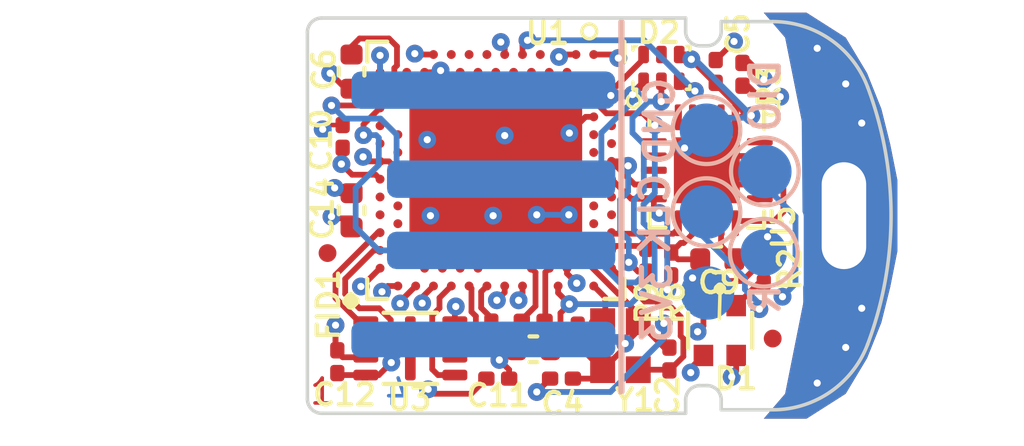
<source format=kicad_pcb>
(kicad_pcb (version 20171130) (host pcbnew 5.1.12-84ad8e8a86~92~ubuntu21.10.1)
  (title_block (title "Nitrokey FIDO2") (date 2019-10-21) (rev R5) (company Nitrokey))
  (layers (0 Front signal) (1 In1.Cu signal) (2 In2.Cu signal) (31 Back signal) (34 B.Paste user) (35 F.Paste user) (36 B.SilkS user) (37 F.SilkS user) (38 B.Mask user) (39 F.Mask user) (44 Edge.Cuts user))
  (net 0 "")
  (net 1 "Net-(C1-Pad2)")
  (net 2 GND)
  (net 3 "Net-(C2-Pad2)")
  (net 4 "Net-(C3-Pad2)")
  (net 5 "Net-(C4-Pad2)")
  (net 6 "Net-(C5-Pad2)")
  (net 7 "Net-(C6-Pad2)")
  (net 8 "Net-(C7-Pad2)")
  (net 9 /3V3)
  (net 10 /5V)
  (net 11 /LED_G)
  (net 12 /LED_R)
  (net 13 "Net-(D1-Pad4)")
  (net 14 /LED_B)
  (net 15 "Net-(D2-Pad5)")
  (net 16 /D+)
  (net 17 /D-)
  (net 18 "Net-(R1-Pad1)")
  (net 19 /SCL)
  (net 20 /SDA)
  (net 21 /RESET)
  (net 22 /SWDIO)
  (net 23 /SWCLK)
  (net 24 /MOSI)
  (net 25 /CLK)
  (net 26 "Net-(U1-PadV23)")
  (net 27 "Net-(U1-PadT23)")
  (net 28 "Net-(U1-PadA18)")
  (net 29 "Net-(U1-PadA16)")
  (net 30 /T_SENSE)
  (net 31 /T_RST)
  (net 32 "Net-(U1-PadB19)")
  (net 33 "Net-(U1-PadB17)")
  (net 34 "Net-(U1-PadB15)")
  (net 35 "Net-(U1-PadB13)")
  (net 36 "Net-(U1-PadB11)")
  (net 37 "Net-(U1-PadB9)")
  (net 38 "Net-(U1-PadAC9)")
  (net 39 "Net-(U1-PadAC11)")
  (net 40 "Net-(U1-PadAC15)")
  (net 41 "Net-(U1-PadAC17)")
  (net 42 "Net-(U1-PadAC19)")
  (net 43 /MISO)
  (net 44 /FLASH_CS)
  (net 45 /SE_ENA)
  (net 46 "Net-(U1-PadD2)")
  (net 47 "Net-(U1-PadF2)")
  (net 48 "Net-(U1-PadH2)")
  (net 49 "Net-(U1-PadK2)")
  (net 50 "Net-(U1-PadM2)")
  (net 51 "Net-(U1-PadP2)")
  (net 52 "Net-(U1-PadT2)")
  (net 53 "Net-(U1-PadG1)")
  (net 54 "Net-(U1-PadN1)")
  (net 55 "Net-(U1-PadR1)")
  (net 56 "Net-(U1-PadU1)")
  (net 57 "Net-(U1-PadAB2)")
  (net 58 "Net-(U1-PadAC21)")
  (net 59 "Net-(U1-PadA8)")
  (net 60 "Net-(U5-Pad15)")
  (net 61 "Net-(U5-Pad16)")
  (net 62 "Net-(U5-Pad13)")
  (net 63 "Net-(U5-Pad3)")
  (net 64 "Net-(U1-PadB3)")
  (net 65 "Net-(U1-PadY23)")
  (net 66 "Net-(U1-PadP23)")
  (net 67 "Net-(U1-PadA10)")
  (net 68 "Net-(U1-PadAD8)")
  (net 69 "Net-(U1-PadAD18)")
  (net 70 "Net-(U1-PadAD16)")
  (net 71 "Net-(U1-PadAD10)")
  (module TestPoint:TestPoint_Pad_D1.5mm (layer Back) (at 142.87 103.47)
    (fp_text reference TP1 hide)
    (fp_text value TestPoint)
    (pad 1 smd circle (at 0 0) (size 1.5 1.5) (layers Back B.Mask) (net 9 /3V3))
  )
  (module TestPoint:TestPoint_Pad_D1.5mm (layer Back) (at 144.45 102.34)
    (fp_text reference TP5 hide)
    (fp_text value TestPoint)
    (pad 1 smd circle (at 0 0) (size 1.3 1.3) (layers Back B.Mask) (net 21 /RESET))
  )
  (module TestPoint:TestPoint_Pad_D1.5mm (layer Back) (at 142.84 98.9)
    (fp_text reference TP4 hide)
    (fp_text value TestPoint)
    (pad 1 smd circle (at 0 0) (size 1.5 1.5) (layers Back B.Mask) (net 2 GND))
  )
  (module TestPoint:TestPoint_Pad_D1.5mm (layer Back) (at 144.48 100.06)
    (fp_text reference TP3 hide)
    (fp_text value TestPoint)
    (pad 1 smd circle (at 0 0) (size 1.5 1.5) (layers Back B.Mask) (net 22 /SWDIO))
  )
  (module TestPoint:TestPoint_Pad_D1.5mm (layer Back) (at 142.84 101.2)
    (fp_text reference TP2 hide)
    (fp_text value TestPoint)
    (pad 1 smd circle (at 0 0) (size 1.5 1.5) (layers Back B.Mask) (net 23 /SWCLK))
  )
  (module footprints:touchpad-curve (layer Back) (at 146.65 101.3 270)
    (fp_text reference TOUCH1 hide)
    (fp_text value TestPoint hide)
    (pad 1 thru_hole oval (at 0 -0.05 270) (size 3.6 1.85) (drill oval 3 1.25) (layers *.Cu *.Mask) (net 30 /T_SENSE))
    (pad 1 thru_hole circle (at -2.6 -0.55 270) (size 0.4 0.4) (drill 0.2) (layers *.Cu *.Mask) (net 30 /T_SENSE))
    (pad 1 thru_hole circle (at 2.6 -0.55 270) (size 0.4 0.4) (drill 0.2) (layers *.Cu *.Mask) (net 30 /T_SENSE))
    (pad 1 thru_hole circle (at 3.7 -0.1 270) (size 0.4 0.4) (drill 0.2) (layers *.Cu *.Mask) (net 30 /T_SENSE))
    (pad 1 thru_hole circle (at -3.7 -0.1 270) (size 0.4 0.4) (drill 0.2) (layers *.Cu *.Mask) (net 30 /T_SENSE))
    (pad 1 thru_hole circle (at -4.7 0.7 270) (size 0.4 0.4) (drill 0.2) (layers *.Cu *.Mask) (net 30 /T_SENSE))
    (pad 1 thru_hole circle (at 4.7 0.7 270) (size 0.4 0.4) (drill 0.2) (layers *.Cu *.Mask) (net 30 /T_SENSE))
    (pad 1 smd custom (at 0 0 270) (size 1.524 1.524) (layers Front F.Mask) (net 30 /T_SENSE) (options (clearance outline) (anchor circle)) (primitives (gr_poly (pts (xy 0 -1.55) (xy -1 -1.55) (xy -2 -1.35) (xy -3 -1.1) (xy -4 -0.7) (xy -5 -0.1) (xy -5.7 1) (xy -5.7 2.2) (xy -5 1.6) (xy -2 1) (xy 2 1) (xy 5 1.6) (xy 5.7 2.2) (xy 5.7 1) (xy 5 -0.1) (xy 4 -0.7) (xy 3 -1.1) (xy 2 -1.35) (xy 1 -1.55)) (width 0))))
    (pad 1 smd custom (at 0 0 270) (size 1.524 1.524) (layers Back B.Mask) (net 30 /T_SENSE) (options (clearance outline) (anchor circle)) (primitives (gr_poly (pts (xy 0 -1.55) (xy -1 -1.55) (xy -2 -1.35) (xy -3 -1.1) (xy -4 -0.7) (xy -5 -0.1) (xy -5.7 1) (xy -5.7 2.2) (xy -5 1.6) (xy -2 1) (xy 2 1) (xy 5 1.6) (xy 5.7 2.2) (xy 5.7 1) (xy 5 -0.1) (xy 4 -0.7) (xy 3 -1.1) (xy 2 -1.35) (xy 1 -1.55)) (width 0))))
  )
  (module solo:FLASH_2x3_USON8 (layer Front) (at 134.525 105.025)
    (fp_text reference U3 (at -0.025 1.425) (layer F.SilkS) (effects (font (size 0.6 0.6) (thickness 0.12))))
    (fp_text value quad_serial_flash hide)
    (fp_text user · (at -1.67 -1.48) (layer F.SilkS) (effects (font (size 2 2) (thickness 0.3))))
    (pad 9 smd roundrect (at 0 0) (size 0.3 1.8) (layers Front F.Paste F.Mask))
    (pad 8 smd roundrect (at 1.25 -0.75) (size 0.7 0.3) (layers Front F.Paste F.Mask) (net 9 /3V3))
    (pad 7 smd roundrect (at 1.25 -0.25) (size 0.7 0.3) (layers Front F.Paste F.Mask) (net 9 /3V3))
    (pad 6 smd roundrect (at 1.25 0.25) (size 0.7 0.3) (layers Front F.Paste F.Mask) (net 25 /CLK))
    (pad 5 smd roundrect (at 1.25 0.75) (size 0.7 0.3) (layers Front F.Paste F.Mask) (net 24 /MOSI))
    (pad 4 smd roundrect (at -1.25 0.75) (size 0.7 0.3) (layers Front F.Paste F.Mask) (net 2 GND))
    (pad 3 smd roundrect (at -1.25 0.25) (size 0.7 0.3) (layers Front F.Paste F.Mask) (net 9 /3V3))
    (pad 2 smd roundrect (at -1.25 -0.25) (size 0.7 0.3) (layers Front F.Paste F.Mask) (net 43 /MISO))
    (pad 1 smd roundrect (at -1.25 -0.75) (size 0.7 0.3) (layers Front F.Paste F.Mask) (net 44 /FLASH_CS))
  )
  (module digikey-footprints:UFDFN-6_1.45x1mm (layer Front) (at 141.575 97.15)
    (fp_text reference D2 (at -0.075 -1) (layer F.SilkS) (effects (font (size 0.6 0.6) (thickness 0.12))))
    (fp_text value TPD4S012DRYR-dk_TVS-Diodes hide)
    (pad 6 smd roundrect (at -0.5 -0.375) (size 0.3 0.49) (layers Front F.Paste F.Mask) (net 10 /5V))
    (pad 5 smd roundrect (at 0 -0.375) (size 0.3 0.49) (layers Front F.Paste F.Mask) (net 15 "Net-(D2-Pad5)"))
    (pad 4 smd roundrect (at 0.5 -0.375) (size 0.3 0.49) (layers Front F.Paste F.Mask) (net 2 GND))
    (pad 3 smd roundrect (at 0.5 0.375) (size 0.3 0.49) (layers Front F.Paste F.Mask) (net 30 /T_SENSE))
    (pad 1 smd roundrect (at -0.5 0.39) (size 0.3 0.52) (layers Front F.Paste F.Mask) (net 17 /D-))
    (pad 2 smd roundrect (at 0 0.375) (size 0.3 0.49) (layers Front F.Paste F.Mask) (net 16 /D+))
  )
  (module Fiducial:Fiducial_0.5mm_Mask1mm (layer Front) (at 132.2 102.35)
    (fp_text reference FID1 (at 0.025 1.45 90) (layer F.SilkS) (effects (font (size 0.6 0.6) (thickness 0.12))))
    (fp_text value Fiducial hide)
    (pad "" smd circle (at 0 0) (size 0.5 0.5) (layers Front F.Mask) (clearance 0.25))
  )
  (module Fiducial:Fiducial_0.5mm_Mask1mm (layer Front) (at 144.7 104.75)
    (fp_text reference FID2 hide)
    (fp_text value Fiducial hide)
    (pad "" smd circle (at 0 0) (size 0.5 0.5) (layers Front F.Mask) (clearance 0.25))
  )
  (module Resistor_SMD:R_0201_0603Metric (layer Front) (at 143.85 97.33 90)
    (fp_text reference R3 (at -0.33 0.75 90) (layer F.SilkS) (effects (font (size 0.6 0.6) (thickness 0.12))))
    (fp_text value 1M)
    (pad 2 smd roundrect (at 0.32 0 90) (size 0.46 0.4) (layers Front F.Mask) (net 31 /T_RST))
    (pad 1 smd roundrect (at -0.32 0 90) (size 0.46 0.4) (layers Front F.Mask) (net 30 /T_SENSE))
  )
  (module Capacitor_SMD:C_0201_0603Metric (layer Front) (at 141.8 105.325 270)
    (fp_text reference C2 (at 1.05 0.05 90) (layer F.SilkS) (effects (font (size 0.6 0.6) (thickness 0.12))))
    (fp_text value 12p)
    (pad 2 smd roundrect (at 0.32 0 270) (size 0.46 0.4) (layers Front F.Mask) (net 3 "Net-(C2-Pad2)"))
    (pad 1 smd roundrect (at -0.32 0 270) (size 0.46 0.4) (layers Front F.Mask) (net 2 GND))
  )
  (module Capacitor_SMD:C_0201_0603Metric (layer Front) (at 143.1 97.25 90)
    (fp_text reference C5 (at 1.05 0.625 90) (layer F.SilkS) (effects (font (size 0.6 0.6) (thickness 0.12))))
    (fp_text value 100n)
    (pad 2 smd roundrect (at 0.32 0 90) (size 0.46 0.4) (layers Front F.Mask) (net 6 "Net-(C5-Pad2)"))
    (pad 1 smd roundrect (at -0.32 0 90) (size 0.46 0.4) (layers Front F.Mask) (net 2 GND))
  )
  (module Capacitor_SMD:C_0201_0603Metric (layer Front) (at 132.625 99.075 90)
    (fp_text reference C10 (at -0.1 -0.625 90) (layer F.SilkS) (effects (font (size 0.6 0.6) (thickness 0.12))))
    (fp_text value 100n)
    (pad 2 smd roundrect (at 0.32 0 90) (size 0.46 0.4) (layers Front F.Mask) (net 2 GND))
    (pad 1 smd roundrect (at -0.32 0 90) (size 0.46 0.4) (layers Front F.Mask) (net 9 /3V3))
  )
  (module Capacitor_SMD:C_0402_1005Metric (layer Front) (at 143.145 102.525)
    (fp_text reference C9 (at 0.055 0.65) (layer F.SilkS) (effects (font (size 0.6 0.6) (thickness 0.12))))
    (fp_text value 1u)
    (pad 2 smd roundrect (at 0.48 0) (size 0.56 0.62) (layers Front F.Paste F.Mask) (net 2 GND))
    (pad 1 smd roundrect (at -0.48 0) (size 0.56 0.62) (layers Front F.Paste F.Mask) (net 9 /3V3))
  )
  (module Capacitor_SMD:C_0201_0603Metric (layer Front) (at 136.8 104.595 90)
    (fp_text reference C3 hide)
    (fp_text value 820p)
    (pad 2 smd roundrect (at 0.32 0 90) (size 0.46 0.4) (layers Front F.Mask) (net 4 "Net-(C3-Pad2)"))
    (pad 1 smd roundrect (at -0.32 0 90) (size 0.46 0.4) (layers Front F.Mask) (net 2 GND))
  )
  (module Capacitor_SMD:C_0201_0603Metric (layer Front) (at 136.98 105.875)
    (fp_text reference C11 (at 0.005 0.475) (layer F.SilkS) (effects (font (size 0.6 0.6) (thickness 0.12))))
    (fp_text value 100n)
    (pad 2 smd roundrect (at 0.32 0) (size 0.46 0.4) (layers Front F.Mask) (net 2 GND))
    (pad 1 smd roundrect (at -0.32 0) (size 0.46 0.4) (layers Front F.Mask) (net 9 /3V3))
  )
  (module Resistor_SMD:R_0201_0603Metric (layer Front) (at 141.15 102.55 270)
    (fp_text reference R9 (at 1.2 -0.025 90) (layer F.SilkS) (effects (font (size 0.6 0.6) (thickness 0.12))))
    (fp_text value 4.7k)
    (pad 2 smd roundrect (at 0.32 0 270) (size 0.46 0.4) (layers Front F.Mask) (net 20 /SDA))
    (pad 1 smd roundrect (at -0.32 0 270) (size 0.46 0.4) (layers Front F.Mask) (net 9 /3V3))
  )
  (module Capacitor_SMD:C_0201_0603Metric (layer Front) (at 138.77 105.875 180)
    (fp_text reference C4 (at -0.03 -0.7) (layer F.SilkS) (effects (font (size 0.6 0.6) (thickness 0.12))))
    (fp_text value 100p)
    (pad 2 smd roundrect (at 0.32 0 180) (size 0.46 0.4) (layers Front F.Mask) (net 5 "Net-(C4-Pad2)"))
    (pad 1 smd roundrect (at -0.32 0 180) (size 0.46 0.4) (layers Front F.Mask) (net 2 GND))
  )
  (module solo:Crystal-2mmx1.6mm (layer Front) (at 140.925 104.275 270)
    (fp_text reference Y1 (at 2.2 0.1 180) (layer F.SilkS) (effects (font (size 0.6 0.6) (thickness 0.12))))
    (fp_text value TAXM32M4ZFBCCT2T hide)
    (pad 3 smd rect (at 1.35 1 270) (size 0.75 0.7) (layers Front F.Paste F.Mask) (net 2 GND))
    (pad 1 smd rect (at 0 1 270) (size 0.75 0.7) (layers Front F.Paste F.Mask) (net 1 "Net-(C1-Pad2)"))
    (pad 2 smd rect (at 1.35 0 270) (size 0.75 0.7) (layers Front F.Paste F.Mask) (net 3 "Net-(C2-Pad2)"))
    (pad 3 smd rect (at 0 0 270) (size 0.75 0.7) (layers Front F.Paste F.Mask) (net 2 GND))
  )
  (module Package_DFN_QFN:UQFN-20-1EP_3x3mm_P0.4mm_EP1.85x1.85mm (layer Front) (at 142.85 100.025 270)
    (fp_text reference U5 (at 1.6 -2.15 90) (layer F.SilkS) (effects (font (size 0.6 0.6) (thickness 0.12))))
    (fp_text value SE050)
    (pad 21 smd rect (at 0 0 270) (size 1.85 1.85) (layers Front F.Mask) (net 2 GND))
    (pad 20 smd roundrect (at -0.8 -1.4875 270) (size 0.2 0.725) (layers Front F.Paste F.Mask))
    (pad 19 smd roundrect (at -0.4 -1.4875 270) (size 0.2 0.725) (layers Front F.Paste F.Mask) (net 2 GND))
    (pad 18 smd roundrect (at 0 -1.4875 270) (size 0.2 0.725) (layers Front F.Paste F.Mask) (net 60 "Net-(U5-Pad15)"))
    (pad 17 smd roundrect (at 0.4 -1.4875 270) (size 0.2 0.725) (layers Front F.Paste F.Mask) (net 2 GND))
    (pad 16 smd roundrect (at 0.8 -1.4875 270) (size 0.2 0.725) (layers Front F.Paste F.Mask) (net 61 "Net-(U5-Pad16)"))
    (pad 15 smd roundrect (at 1.4875 -0.8 270) (size 0.725 0.2) (layers Front F.Paste F.Mask) (net 60 "Net-(U5-Pad15)"))
    (pad 14 smd roundrect (at 1.4875 -0.4 270) (size 0.725 0.2) (layers Front F.Paste F.Mask) (net 2 GND))
    (pad 13 smd roundrect (at 1.4875 0 270) (size 0.725 0.2) (layers Front F.Paste F.Mask) (net 62 "Net-(U5-Pad13)"))
    (pad 12 smd roundrect (at 1.4875 0.4 270) (size 0.725 0.2) (layers Front F.Paste F.Mask) (net 9 /3V3))
    (pad 11 smd roundrect (at 1.4875 0.8 270) (size 0.725 0.2) (layers Front F.Paste F.Mask) (net 45 /SE_ENA))
    (pad 10 smd roundrect (at 0.8 1.4875 270) (size 0.2 0.725) (layers Front F.Paste F.Mask) (net 19 /SCL))
    (pad 9 smd roundrect (at 0.4 1.4875 270) (size 0.2 0.725) (layers Front F.Paste F.Mask) (net 20 /SDA))
    (pad 8 smd roundrect (at 0 1.4875 270) (size 0.2 0.725) (layers Front F.Paste F.Mask))
    (pad 7 smd roundrect (at -0.4 1.4875 270) (size 0.2 0.725) (layers Front F.Paste F.Mask))
    (pad 6 smd roundrect (at -0.8 1.4875 270) (size 0.2 0.725) (layers Front F.Paste F.Mask))
    (pad 5 smd roundrect (at -1.4875 0.8 270) (size 0.725 0.2) (layers Front F.Paste F.Mask))
    (pad 4 smd roundrect (at -1.4875 0.4 270) (size 0.725 0.2) (layers Front F.Paste F.Mask))
    (pad 3 smd roundrect (at -1.4875 0 270) (size 0.725 0.2) (layers Front F.Paste F.Mask) (net 63 "Net-(U5-Pad3)"))
    (pad 2 smd roundrect (at -1.4875 -0.4 270) (size 0.725 0.2) (layers Front F.Paste F.Mask))
    (pad 1 smd roundrect (at -1.4875 -0.8 270) (size 0.725 0.2) (layers Front F.Paste F.Mask) (net 2 GND))
  )
  (module Package_DFN_QFN:Nordic_AQFN-73-1EP_7x7mm_P0.5mm (layer Front) (at 136.925 100.025 270)
    (fp_text reference U1 (at -3.85 -1.45 180) (layer F.SilkS) (effects (font (size 0.6 0.6) (thickness 0.12))))
    (fp_text value nRF52840 hide)
    (pad AC24 smd circle (at 3.25 2.75 90) (size 0.25 0.25) (layers Front F.Paste F.Mask) (net 22 /SWDIO))
    (pad AA24 smd circle (at 3.25 2.25 90) (size 0.25 0.25) (layers Front F.Paste F.Mask) (net 23 /SWCLK))
    (pad W24 smd circle (at 3.25 1.75 90) (size 0.25 0.25) (layers Front F.Paste F.Mask) (net 14 /LED_B))
    (pad U24 smd circle (at 3.25 1.25 90) (size 0.25 0.25) (layers Front F.Paste F.Mask) (net 24 /MOSI))
    (pad R24 smd circle (at 3.25 0.75 90) (size 0.25 0.25) (layers Front F.Paste F.Mask) (net 25 /CLK))
    (pad N24 smd circle (at 3.25 0.25 90) (size 0.25 0.25) (layers Front F.Paste F.Mask) (net 4 "Net-(C3-Pad2)"))
    (pad L24 smd circle (at 3.25 -0.25 90) (size 0.25 0.25) (layers Front F.Paste F.Mask) (net 12 /LED_R))
    (pad J24 smd circle (at 3.25 -0.75 90) (size 0.25 0.25) (layers Front F.Paste F.Mask) (net 11 /LED_G))
    (pad E24 smd circle (at 3.25 -1.75 90) (size 0.25 0.25) (layers Front F.Paste F.Mask) (net 8 "Net-(C7-Pad2)"))
    (pad Y23 smd circle (at 2.75 2 90) (size 0.25 0.25) (layers Front F.Paste F.Mask) (net 65 "Net-(U1-PadY23)"))
    (pad V23 smd circle (at 2.75 1.5 90) (size 0.25 0.25) (layers Front F.Paste F.Mask) (net 26 "Net-(U1-PadV23)"))
    (pad T23 smd circle (at 2.75 1 90) (size 0.25 0.25) (layers Front F.Paste F.Mask) (net 27 "Net-(U1-PadT23)"))
    (pad P23 smd circle (at 2.75 0.5 90) (size 0.25 0.25) (layers Front F.Paste F.Mask) (net 66 "Net-(U1-PadP23)"))
    (pad H23 smd circle (at 2.75 -1 90) (size 0.25 0.25) (layers Front F.Paste F.Mask) (net 18 "Net-(R1-Pad1)"))
    (pad F23 smd circle (at 2.75 -1.5 90) (size 0.25 0.25) (layers Front F.Paste F.Mask) (net 2 GND))
    (pad A23 smd circle (at 2.75 -3.25 90) (size 0.25 0.25) (layers Front F.Paste F.Mask) (net 3 "Net-(C2-Pad2)"))
    (pad A22 smd circle (at 2.25 -3.25 90) (size 0.25 0.25) (layers Front F.Paste F.Mask) (net 9 /3V3))
    (pad A20 smd circle (at 1.75 -3.25 90) (size 0.25 0.25) (layers Front F.Paste F.Mask) (net 45 /SE_ENA))
    (pad A18 smd circle (at 1.25 -3.25 90) (size 0.25 0.25) (layers Front F.Paste F.Mask) (net 28 "Net-(U1-PadA18)"))
    (pad A16 smd circle (at 0.75 -3.25 90) (size 0.25 0.25) (layers Front F.Paste F.Mask) (net 29 "Net-(U1-PadA16)"))
    (pad A14 smd circle (at 0.25 -3.25 90) (size 0.25 0.25) (layers Front F.Paste F.Mask) (net 19 /SCL))
    (pad A12 smd circle (at -0.25 -3.25 90) (size 0.25 0.25) (layers Front F.Paste F.Mask) (net 20 /SDA))
    (pad A10 smd circle (at -0.75 -3.25 90) (size 0.25 0.25) (layers Front F.Paste F.Mask) (net 67 "Net-(U1-PadA10)"))
    (pad B19 smd circle (at 1.5 -2.75 90) (size 0.25 0.25) (layers Front F.Paste F.Mask) (net 32 "Net-(U1-PadB19)"))
    (pad B17 smd circle (at 1 -2.75 90) (size 0.25 0.25) (layers Front F.Paste F.Mask) (net 33 "Net-(U1-PadB17)"))
    (pad B15 smd circle (at 0.5 -2.75 90) (size 0.25 0.25) (layers Front F.Paste F.Mask) (net 34 "Net-(U1-PadB15)"))
    (pad B13 smd circle (at 0 -2.75 90) (size 0.25 0.25) (layers Front F.Paste F.Mask) (net 35 "Net-(U1-PadB13)"))
    (pad B11 smd circle (at -0.5 -2.75 90) (size 0.25 0.25) (layers Front F.Paste F.Mask) (net 36 "Net-(U1-PadB11)"))
    (pad B9 smd circle (at -1 -2.75 90) (size 0.25 0.25) (layers Front F.Paste F.Mask) (net 37 "Net-(U1-PadB9)"))
    (pad B7 smd circle (at -1.5 -2.75 90) (size 0.25 0.25) (layers Front F.Paste F.Mask) (net 2 GND))
    (pad B5 smd circle (at -2 -2.75 90) (size 0.25 0.25) (layers Front F.Paste F.Mask) (net 8 "Net-(C7-Pad2)"))
    (pad AC5 smd circle (at -2 2.75 90) (size 0.25 0.25) (layers Front F.Paste F.Mask) (net 7 "Net-(C6-Pad2)"))
    (pad AC9 smd circle (at -1 2.75 90) (size 0.25 0.25) (layers Front F.Paste F.Mask) (net 38 "Net-(U1-PadAC9)"))
    (pad AC11 smd circle (at -0.5 2.75 90) (size 0.25 0.25) (layers Front F.Paste F.Mask) (net 39 "Net-(U1-PadAC11)"))
    (pad AC13 smd circle (at 0 2.75 90) (size 0.25 0.25) (layers Front F.Paste F.Mask) (net 21 /RESET))
    (pad AC15 smd circle (at 0.5 2.75 90) (size 0.25 0.25) (layers Front F.Paste F.Mask) (net 40 "Net-(U1-PadAC15)"))
    (pad AC17 smd circle (at 1 2.75 90) (size 0.25 0.25) (layers Front F.Paste F.Mask) (net 41 "Net-(U1-PadAC17)"))
    (pad AC19 smd circle (at 1.5 2.75 90) (size 0.25 0.25) (layers Front F.Paste F.Mask) (net 42 "Net-(U1-PadAC19)"))
    (pad AD22 smd circle (at 2.25 3.25 90) (size 0.25 0.25) (layers Front F.Paste F.Mask) (net 43 /MISO))
    (pad AD20 smd circle (at 1.75 3.25 90) (size 0.25 0.25) (layers Front F.Paste F.Mask) (net 44 /FLASH_CS))
    (pad AD18 smd circle (at 1.25 3.25 90) (size 0.25 0.25) (layers Front F.Paste F.Mask) (net 69 "Net-(U1-PadAD18)"))
    (pad AD16 smd circle (at 0.75 3.25 90) (size 0.25 0.25) (layers Front F.Paste F.Mask) (net 70 "Net-(U1-PadAD16)"))
    (pad AD14 smd circle (at 0.25 3.25 90) (size 0.25 0.25) (layers Front F.Paste F.Mask) (net 9 /3V3))
    (pad AD12 smd circle (at -0.25 3.25 90) (size 0.25 0.25) (layers Front F.Paste F.Mask) (net 21 /RESET))
    (pad AD10 smd circle (at -0.75 3.25 90) (size 0.25 0.25) (layers Front F.Paste F.Mask) (net 71 "Net-(U1-PadAD10)"))
    (pad AD8 smd circle (at -1.25 3.25 90) (size 0.25 0.25) (layers Front F.Paste F.Mask) (net 68 "Net-(U1-PadAD8)"))
    (pad AD6 smd circle (at -1.75 3.25 90) (size 0.25 0.25) (layers Front F.Paste F.Mask) (net 16 /D+))
    (pad AD4 smd circle (at -2.25 3.25 90) (size 0.25 0.25) (layers Front F.Paste F.Mask) (net 17 /D-))
    (pad B1 smd circle (at -3.25 -2.75 90) (size 0.25 0.25) (layers Front F.Paste F.Mask) (net 9 /3V3))
    (pad D2 smd circle (at -2.75 -2 90) (size 0.25 0.25) (layers Front F.Paste F.Mask) (net 46 "Net-(U1-PadD2)"))
    (pad C1 smd circle (at -3.25 -2.25 90) (size 0.25 0.25) (layers Front F.Paste F.Mask) (net 6 "Net-(C5-Pad2)"))
    (pad F2 smd circle (at -2.75 -1.5 90) (size 0.25 0.25) (layers Front F.Paste F.Mask) (net 47 "Net-(U1-PadF2)"))
    (pad H2 smd circle (at -2.75 -1 90) (size 0.25 0.25) (layers Front F.Paste F.Mask) (net 48 "Net-(U1-PadH2)"))
    (pad K2 smd circle (at -2.75 -0.5 90) (size 0.25 0.25) (layers Front F.Paste F.Mask) (net 49 "Net-(U1-PadK2)"))
    (pad M2 smd circle (at -2.75 0 90) (size 0.25 0.25) (layers Front F.Paste F.Mask) (net 50 "Net-(U1-PadM2)"))
    (pad P2 smd circle (at -2.75 0.5 90) (size 0.25 0.25) (layers Front F.Paste F.Mask) (net 51 "Net-(U1-PadP2)"))
    (pad T2 smd circle (at -2.75 1 90) (size 0.25 0.25) (layers Front F.Paste F.Mask) (net 52 "Net-(U1-PadT2)"))
    (pad G1 smd circle (at -3.25 -1.25 90) (size 0.25 0.25) (layers Front F.Paste F.Mask) (net 53 "Net-(U1-PadG1)"))
    (pad J1 smd circle (at -3.25 -0.75 90) (size 0.25 0.25) (layers Front F.Paste F.Mask) (net 30 /T_SENSE))
    (pad L1 smd circle (at -3.25 -0.25 90) (size 0.25 0.25) (layers Front F.Paste F.Mask) (net 31 /T_RST))
    (pad N1 smd circle (at -3.25 0.25 90) (size 0.25 0.25) (layers Front F.Paste F.Mask) (net 54 "Net-(U1-PadN1)"))
    (pad R1 smd circle (at -3.25 0.75 90) (size 0.25 0.25) (layers Front F.Paste F.Mask) (net 55 "Net-(U1-PadR1)"))
    (pad U1 smd circle (at -3.25 1.25 90) (size 0.25 0.25) (layers Front F.Paste F.Mask) (net 56 "Net-(U1-PadU1)"))
    (pad W1 smd circle (at -3.25 1.75 90) (size 0.25 0.25) (layers Front F.Paste F.Mask) (net 9 /3V3))
    (pad Y2 smd circle (at -2.75 2 90) (size 0.25 0.25) (layers Front F.Paste F.Mask) (net 10 /5V))
    (pad AB2 smd circle (at -2.75 2.5 90) (size 0.25 0.25) (layers Front F.Paste F.Mask) (net 57 "Net-(U1-PadAB2)"))
    (pad AD2 smd circle (at -2.75 3.25 90) (size 0.25 0.25) (layers Front F.Paste F.Mask) (net 10 /5V))
    (pad AD23 smd circle (at 2.75 3.25 90) (size 0.25 0.25) (layers Front F.Paste F.Mask) (net 9 /3V3))
    (pad AC21 smd circle (at 2 2.75 90) (size 0.25 0.25) (layers Front F.Paste F.Mask) (net 58 "Net-(U1-PadAC21)"))
    (pad B3 smd circle (at -2.5 -2.75 90) (size 0.25 0.25) (layers Front F.Paste F.Mask) (net 64 "Net-(U1-PadB3)"))
    (pad A8 smd circle (at -1.25 -3.25 90) (size 0.25 0.25) (layers Front F.Paste F.Mask) (net 59 "Net-(U1-PadA8)"))
    (pad D23 smd circle (at 2.75 -2 90) (size 0.25 0.25) (layers Front F.Paste F.Mask) (net 5 "Net-(C4-Pad2)"))
    (pad B24 smd circle (at 3.25 -2.75 90) (size 0.25 0.25) (layers Front F.Paste F.Mask) (net 1 "Net-(C1-Pad2)"))
    (pad EP smd rect (at 0 0 90) (size 4.85 4.85) (layers Front F.Mask) (net 2 GND))
  )
  (module Resistor_SMD:R_0201_0603Metric (layer Front) (at 141.85 102.655 270)
    (fp_text reference R8 (at 1.095 -0.05 90) (layer F.SilkS) (effects (font (size 0.6 0.6) (thickness 0.12))))
    (fp_text value 4.7k)
    (pad 2 smd roundrect (at 0.32 0 270) (size 0.46 0.4) (layers Front F.Mask) (net 19 /SCL))
    (pad 1 smd roundrect (at -0.32 0 270) (size 0.46 0.4) (layers Front F.Mask) (net 9 /3V3))
  )
  (module Resistor_SMD:R_0201_0603Metric (layer Front) (at 144.45 102.855 270)
    (fp_text reference R2 (at -0.055 -0.725 90) (layer F.SilkS) (effects (font (size 0.6 0.6) (thickness 0.12))))
    (fp_text value 180R)
    (pad 2 smd roundrect (at 0.32 0 270) (size 0.46 0.4) (layers Front F.Mask) (net 13 "Net-(D1-Pad4)"))
    (pad 1 smd roundrect (at -0.32 0 270) (size 0.46 0.4) (layers Front F.Mask) (net 9 /3V3))
  )
  (module Resistor_SMD:R_0201_0603Metric (layer Front) (at 137.975 104.25)
    (fp_text reference R1 hide)
    (fp_text value 49R9)
    (pad 2 smd roundrect (at 0.32 0) (size 0.46 0.4) (layers Front F.Mask) (net 2 GND))
    (pad 1 smd roundrect (at -0.32 0) (size 0.46 0.4) (layers Front F.Mask) (net 18 "Net-(R1-Pad1)"))
  )
  (module footprints:usb-a-pattern (layer Back) (at 138.385 101.275 270)
    (fp_text reference J1 hide)
    (fp_text value USB_A hide)
    (pad 3 smd roundrect (at 1 1.31 270) (size 1.05 6.41) (layers Back B.Mask) (net 16 /D+))
    (pad 2 smd roundrect (at -1 1.31 270) (size 1.05 6.41) (layers Back B.Mask) (net 17 /D-))
    (pad 4 smd roundrect (at 3.5 1.81 270) (size 1 7.41) (layers Back B.Mask) (net 2 GND))
    (pad 1 smd roundrect (at -3.5 1.81 270) (size 1.05 7.41) (layers Back B.Mask) (net 10 /5V))
  )
  (module solo:RGB_LED_606 (layer Front) (at 143.225 104.525 90)
    (fp_text reference D1 (at -1.35 0.45 180) (layer F.SilkS) (effects (font (size 0.6 0.6) (thickness 0.12))))
    (fp_text value LED_RGBA hide)
    (fp_text user · (at 1.175 -0.075 90) (layer F.SilkS) (effects (font (thickness 0.25))))
    (pad 2 smd rect (at -0.7 -0.47 90) (size 0.6 0.55) (layers Front F.Paste F.Mask) (net 11 /LED_G))
    (pad 1 smd rect (at -0.7 0.45 90) (size 0.6 0.55) (layers Front F.Paste F.Mask) (net 12 /LED_R))
    (pad 4 smd rect (at 0.7 0.45 90) (size 0.6 0.55) (layers Front F.Paste F.Mask) (net 13 "Net-(D1-Pad4)"))
    (pad 3 smd rect (at 0.7 -0.47 90) (size 0.6 0.55) (layers Front F.Paste F.Mask) (net 14 /LED_B))
  )
  (module Capacitor_SMD:C_0402_1005Metric (layer Front) (at 132.875 101.15 270)
    (fp_text reference C14 (at -0.05 0.825 90) (layer F.SilkS) (effects (font (size 0.6 0.6) (thickness 0.12))))
    (fp_text value 4.7u)
    (pad 2 smd roundrect (at 0.48 0 270) (size 0.56 0.62) (layers Front F.Paste F.Mask) (net 2 GND))
    (pad 1 smd roundrect (at -0.48 0 270) (size 0.56 0.62) (layers Front F.Paste F.Mask) (net 10 /5V))
  )
  (module Capacitor_SMD:C_0201_0603Metric (layer Front) (at 132.475 105.4 270)
    (fp_text reference C12 (at 0.925 -0.2 180) (layer F.SilkS) (effects (font (size 0.6 0.6) (thickness 0.12))))
    (fp_text value 100n)
    (pad 2 smd roundrect (at 0.32 0 270) (size 0.46 0.4) (layers Front F.Mask) (net 2 GND))
    (pad 1 smd roundrect (at -0.32 0 270) (size 0.46 0.4) (layers Front F.Mask) (net 9 /3V3))
  )
  (module Capacitor_SMD:C_0402_1005Metric (layer Front) (at 137.98 105.05)
    (fp_text reference C7 hide)
    (fp_text value 1u)
    (pad 2 smd roundrect (at 0.48 0) (size 0.56 0.62) (layers Front F.Paste F.Mask) (net 8 "Net-(C7-Pad2)"))
    (pad 1 smd roundrect (at -0.48 0) (size 0.56 0.62) (layers Front F.Paste F.Mask) (net 2 GND))
  )
  (module Capacitor_SMD:C_0402_1005Metric (layer Front) (at 132.875 97.255 90)
    (fp_text reference C6 (at 0.055 -0.775 90) (layer F.SilkS) (effects (font (size 0.6 0.6) (thickness 0.12))))
    (fp_text value 4.7u)
    (pad 2 smd roundrect (at 0.48 0 90) (size 0.56 0.62) (layers Front F.Paste F.Mask) (net 7 "Net-(C6-Pad2)"))
    (pad 1 smd roundrect (at -0.48 0 90) (size 0.56 0.62) (layers Front F.Paste F.Mask) (net 2 GND))
  )
  (module Capacitor_SMD:C_0201_0603Metric (layer Front) (at 139.225 104.68 90)
    (fp_text reference C1 hide)
    (fp_text value 12p)
    (pad 2 smd roundrect (at 0.32 0 90) (size 0.46 0.4) (layers Front F.Mask) (net 1 "Net-(C1-Pad2)"))
    (pad 1 smd roundrect (at -0.32 0 90) (size 0.46 0.4) (layers Front F.Mask) (net 2 GND))
  )
  (module footprints:hole-0.8 (layer Front) (at 143.23 104.51)
    (fp_text reference REF** hide)
    (fp_text value hole-0.8 hide)
    (pad "" np_thru_hole circle (at -0.02 0.04) (size 0.5 0.5) (drill 0.5) (layers *.Cu *.Mask))
  )
  (module footprints:hole-0.8 (layer Front) (at 144.59 96.61)
    (fp_text reference REF** hide)
    (fp_text value hole-0.8 hide)
    (pad "" np_thru_hole circle (at 0 0) (size 0.8 0.8) (drill 0.8) (layers *.Cu *.Mask))
  )
  (module footprints:hole-0.8 (layer Front) (at 144.6 105.91)
    (fp_text reference REF** hide)
    (fp_text value hole-0.8 hide)
    (pad "" np_thru_hole circle (at 0 0) (size 0.8 0.8) (drill 0.8) (layers *.Cu *.Mask))
  )
  (gr_line (start 142.855 106.07) (end 142.655 106.07) (angle 90) (layer Edge.Cuts) (width 0.09906))
  (gr_line (start 142.855 96.53) (end 142.655 96.53) (angle 90) (layer Edge.Cuts) (width 0.09906))
  (gr_line (start 147.368 104.905) (end 147.362154 104.920824) (layer Edge.Cuts) (width 0.09906))
  (gr_text DIO (at 144.49 97.925 90) (layer B.SilkS) (effects (font (size 0.8 0.8)) (justify mirror)))
  (gr_text CLK (at 141.39 101.25 90) (layer B.SilkS) (effects (font (size 0.8 0.8)) (justify mirror)))
  (gr_text 3V3 (at 141.45 103.75 90) (layer B.SilkS) (effects (font (size 0.8 0.8)) (justify mirror)))
  (gr_text R (at 144.49 103.65 90) (layer B.SilkS) (effects (font (size 0.8 0.8)) (justify mirror)))
  (gr_text GND (at 141.525 98.65 90) (layer B.SilkS) (effects (font (size 0.8 0.8)) (justify mirror)))
  (gr_line (start 143.2 104.2) (end 143.225 103.325) (layer F.SilkS) (width 0.09906))
  (gr_circle (center 144.65 98.25) (end 144.85 98.35) (layer F.SilkS) (width 0.09906))
  (gr_circle (center 140.794723 98.075) (end 140.944723 98.175) (layer F.SilkS) (width 0.09906))
  (gr_circle (center 139.55 96.125) (end 139.75 96.075) (layer F.SilkS) (width 0.09906))
  (gr_poly (pts (xy 140.49 106.25) (xy 140.415 106.275) (xy 140.415 95.85) (xy 140.49 95.85)) (layer B.SilkS) (width 0.1))
  (gr_text 1 (at 132.05 106.24) (layer Front) (effects (font (size 0.7 0.7) (thickness 0.1))))
  (gr_text 4 (at 134.15 106.27) (layer Back) (effects (font (size 0.7 0.7) (thickness 0.1)) (justify mirror)))
  (gr_line (start 131.635 96.15) (end 131.635 106.45) (angle 90) (layer Edge.Cuts) (width 0.09906))
  (gr_line (start 132.035 106.85) (end 142.255 106.85) (angle 90) (layer Edge.Cuts) (width 0.09906))
  (gr_line (start 132.035 95.75) (end 142.255 95.75) (angle 90) (layer Edge.Cuts) (width 0.09906))
  (gr_line (start 142.255 95.75) (end 142.255 96.13) (angle 90) (layer Edge.Cuts) (width 0.09906))
  (gr_line (start 143.255 96.13) (end 143.255 95.85) (angle 90) (layer Edge.Cuts) (width 0.09906))
  (gr_line (start 143.255 95.85) (end 144.704708 95.850144) (angle 90) (layer Edge.Cuts) (width 0.09906))
  (gr_line (start 143.255 106.75) (end 144.704 106.75) (angle 90) (layer Edge.Cuts) (width 0.09906))
  (gr_line (start 142.255 106.47) (end 142.255 106.85) (angle 90) (layer Edge.Cuts) (width 0.09906))
  (gr_line (start 143.255 106.75) (end 143.255 106.47) (angle 90) (layer Edge.Cuts) (width 0.09906))
  (gr_arc (start 132.035 96.15) (end 132.035 95.75) (angle -90) (layer Edge.Cuts) (width 0.09906))
  (gr_arc (start 132.035 106.45) (end 131.635 106.45) (angle -90) (layer Edge.Cuts) (width 0.09906))
  (gr_arc (start 142.855 96.13) (end 142.855 96.53) (angle -90) (layer Edge.Cuts) (width 0.09906))
  (gr_arc (start 142.655 96.13) (end 142.255 96.13) (angle -90) (layer Edge.Cuts) (width 0.09906))
  (gr_arc (start 142.655 106.47) (end 142.655 106.07) (angle -90) (layer Edge.Cuts) (width 0.09906))
  (gr_arc (start 142.855 106.47) (end 143.255 106.47) (angle -90) (layer Edge.Cuts) (width 0.09906))
  (gr_arc (start 144.704 98.696) (end 147.368 97.695) (angle -69.392) (layer Edge.Cuts) (width 0.09906))
  (gr_arc (start 144.704 103.904) (end 144.704 106.75) (angle -69.06664196) (layer Edge.Cuts) (width 0.09906))
  (gr_arc (start 137.78 101.3) (end 147.368 104.905) (angle -41.21159976) (layer Edge.Cuts) (width 0.09906))
  (segment (start 139.925 104.275) (end 139.625 104.275) (width 0.162) (layer Front) (net 1))
  (segment (start 140 104.2) (end 139.925 104.275) (width 0.162) (layer Front) (net 1))
  (segment (start 140 103.6) (end 140 104.2) (width 0.162) (layer Front) (net 1))
  (segment (start 139.675 103.275) (end 140 103.6) (width 0.162) (layer Front) (net 1))
  (segment (start 139.84 104.36) (end 139.925 104.275) (width 0.162) (layer Front) (net 1))
  (segment (start 139.225 104.36) (end 139.84 104.36) (width 0.162) (layer Front) (net 1))
  (segment (start 136.575 104.775) (end 136.55 104.75) (width 0.162) (layer Back) (net 2))
  (segment (start 136.55 104.75) (end 134.665 104.75) (width 0.162) (layer Back) (net 2))
  (segment (start 134.665 104.75) (end 133.99 105.425) (width 0.162) (layer Back) (net 2))
  (via (at 133.99 105.425) (size 0.5) (drill 0.2) (layers Front Back) (net 2))
  (segment (start 133.64 105.775) (end 133.99 105.425) (width 0.162) (layer Front) (net 2))
  (segment (start 133.275 105.775) (end 133.64 105.775) (width 0.162) (layer Front) (net 2))
  (segment (start 139.567682 102.7) (end 139.567682 102.667682) (width 0.162) (layer Front) (net 2))
  (segment (start 139.567682 102.667682) (end 136.925 100.025) (width 0.162) (layer Front) (net 2))
  (segment (start 140.925 104.275) (end 140.925 104.057318) (width 0.162) (layer Front) (net 2))
  (segment (start 140.925 104.057318) (end 139.567682 102.7) (width 0.162) (layer Front) (net 2))
  (segment (start 138.425 102.775) (end 138.315 102.885) (width 0.162) (layer Front) (net 2))
  (segment (start 138.315 102.885) (end 138.315 104.23) (width 0.162) (layer Front) (net 2))
  (segment (start 138.315 104.23) (end 138.295 104.25) (width 0.162) (layer Front) (net 2))
  (via (at 135.09 101.3) (size 0.5) (drill 0.2) (layers Front Back) (net 2))
  (segment (start 132.625 98.755) (end 132.185 98.755) (width 0.127) (layer Front) (net 2))
  (segment (start 132.185 98.755) (end 132.065 98.875) (width 0.127) (layer Front) (net 2))
  (via (at 132.065 98.875) (size 0.5) (drill 0.2) (layers Front Back) (net 2))
  (segment (start 144.100002 98.49001) (end 142.518372 96.90838) (width 0.162) (layer Back) (net 2))
  (via (at 142.415027 96.90838) (size 0.5) (drill 0.2) (layers Front Back) (net 2))
  (segment (start 142.281647 96.775) (end 142.415027 96.90838) (width 0.162) (layer Front) (net 2))
  (segment (start 142.518372 96.90838) (end 142.415027 96.90838) (width 0.162) (layer Back) (net 2))
  (segment (start 142.075 96.775) (end 142.281647 96.775) (width 0.162) (layer Front) (net 2))
  (segment (start 144.052512 98.5375) (end 144.100002 98.49001) (width 0.162) (layer Front) (net 2))
  (segment (start 143.921447 98.425) (end 143.986457 98.49001) (width 0.162) (layer Front) (net 2))
  (segment (start 143.65 98.5375) (end 144.052512 98.5375) (width 0.162) (layer Front) (net 2))
  (segment (start 143.986457 98.49001) (end 144.100002 98.49001) (width 0.162) (layer Front) (net 2))
  (segment (start 144.040012 98.55) (end 144.100002 98.49001) (width 0.162) (layer Back) (net 2))
  (via (at 144.100002 98.49001) (size 0.5) (drill 0.2) (layers Front Back) (net 2))
  (segment (start 142.75 98.55) (end 144.040012 98.55) (width 0.162) (layer Back) (net 2))
  (segment (start 132.4 105.72) (end 132.455 105.775) (width 0.162) (layer Front) (net 2))
  (segment (start 132.455 105.775) (end 133.275 105.775) (width 0.162) (layer Front) (net 2))
  (segment (start 137.3 105.875) (end 137.3 105.625004) (width 0.162) (layer Front) (net 2))
  (segment (start 137.3 105.625004) (end 137.024996 105.35) (width 0.162) (layer Front) (net 2))
  (segment (start 136.575 104.775) (end 136.575 104.900004) (width 0.162) (layer Back) (net 2))
  (segment (start 136.8 105.125004) (end 137.024996 105.35) (width 0.162) (layer Front) (net 2))
  (segment (start 136.8 104.915) (end 136.8 105.125004) (width 0.162) (layer Front) (net 2))
  (segment (start 136.575 104.900004) (end 137.024996 105.35) (width 0.162) (layer Back) (net 2))
  (via (at 137.024996 105.35) (size 0.5) (drill 0.2) (layers Front Back) (net 2))
  (segment (start 138.295 104.25) (end 138.295 104.436878) (width 0.162) (layer Front) (net 2))
  (segment (start 138.295 104.436878) (end 137.681878 105.05) (width 0.162) (layer Front) (net 2))
  (segment (start 137.681878 105.05) (end 137.5 105.05) (width 0.162) (layer Front) (net 2))
  (segment (start 140.442489 104.775) (end 140.557876 104.890387) (width 0.3) (layer Back) (net 2))
  (segment (start 136.575 104.775) (end 140.442489 104.775) (width 0.3) (layer Back) (net 2))
  (segment (start 140.557876 104.992124) (end 140.557876 104.890387) (width 0.162) (layer Front) (net 2))
  (segment (start 140.925 104.523263) (end 140.557876 104.890387) (width 0.162) (layer Front) (net 2))
  (segment (start 140.925 104.275) (end 140.925 104.523263) (width 0.162) (layer Front) (net 2))
  (via (at 140.557876 104.890387) (size 0.5) (drill 0.2) (layers Front Back) (net 2))
  (segment (start 139.925 105.625) (end 140.557876 104.992124) (width 0.162) (layer Front) (net 2))
  (segment (start 138.425 102.775) (end 138.425 101.525) (width 0.25) (layer Front) (net 2))
  (segment (start 138.425 101.525) (end 136.925 100.025) (width 0.25) (layer Front) (net 2))
  (segment (start 141.655 105.005) (end 140.925 104.275) (width 0.162) (layer Front) (net 2))
  (segment (start 142.75 98.625) (end 142.75 98.875) (width 0.3) (layer Back) (net 2))
  (segment (start 142.75 98.875) (end 142.225 99.4) (width 0.3) (layer Back) (net 2))
  (via (at 137.175 99.05) (size 0.5) (drill 0.2) (layers Front Back) (net 2))
  (segment (start 135.85899 100.025) (end 135 99.16601) (width 0.162) (layer Front) (net 2))
  (via (at 135 99.16601) (size 0.5) (drill 0.2) (layers Front Back) (net 2))
  (segment (start 136.925 100.025) (end 135.85899 100.025) (width 0.162) (layer Front) (net 2))
  (via (at 138.991106 98.980491) (size 0.5) (drill 0.2) (layers Front Back) (net 2))
  (segment (start 139.446597 98.525) (end 138.991106 98.980491) (width 0.162) (layer Front) (net 2))
  (segment (start 139.675 98.525) (end 139.446597 98.525) (width 0.162) (layer Front) (net 2))
  (segment (start 143.65 98.5375) (end 143.808946 98.5375) (width 0.162) (layer Front) (net 2))
  (segment (start 143.808946 98.5375) (end 143.921446 98.425) (width 0.162) (layer Front) (net 2))
  (segment (start 143.921446 98.425) (end 143.921447 98.425) (width 0.162) (layer Front) (net 2))
  (segment (start 142.075 96.775) (end 142.271447 96.775) (width 0.162) (layer Front) (net 2))
  (segment (start 142.271447 96.775) (end 143.921447 98.425) (width 0.162) (layer Front) (net 2))
  (segment (start 138.075 101.275) (end 138.975 101.275) (width 0.162) (layer Back) (net 2))
  (via (at 138.975 101.275) (size 0.5) (drill 0.2) (layers Front Back) (net 2))
  (segment (start 136.925 100.025) (end 136.925 100.125) (width 0.162) (layer Front) (net 2))
  (via (at 138.075 101.275) (size 0.5) (drill 0.2) (layers Front Back) (net 2))
  (segment (start 136.925 100.125) (end 138.075 101.275) (width 0.162) (layer Front) (net 2))
  (segment (start 136.925 100.025) (end 136.925 101.225) (width 0.162) (layer Front) (net 2))
  (segment (start 136.925 101.225) (end 136.85 101.3) (width 0.162) (layer Front) (net 2))
  (via (at 136.85 101.3) (size 0.5) (drill 0.2) (layers Front Back) (net 2))
  (segment (start 139.09 105.875) (end 139.675 105.875) (width 0.162) (layer Front) (net 2))
  (segment (start 139.675 105.875) (end 139.925 105.625) (width 0.162) (layer Front) (net 2))
  (segment (start 142.85 100.025) (end 142.225 99.4) (width 0.162) (layer Front) (net 2))
  (via (at 142.225 99.4) (size 0.5) (drill 0.2) (layers Front Back) (net 2))
  (segment (start 143.625 102.525) (end 143.25 102.15) (width 0.162) (layer Front) (net 2))
  (segment (start 143.25 102.15) (end 143.25 101.5125) (width 0.162) (layer Front) (net 2))
  (segment (start 139.225 105) (end 139.3 105) (width 0.162) (layer Front) (net 2))
  (segment (start 139.3 105) (end 139.925 105.625) (width 0.162) (layer Front) (net 2))
  (segment (start 132.875 97.735) (end 132.71 97.735) (width 0.162) (layer Front) (net 2))
  (segment (start 132.71 97.735) (end 132.275 97.3) (width 0.162) (layer Front) (net 2))
  (via (at 132.275 97.3) (size 0.5) (drill 0.2) (layers Front Back) (net 2))
  (segment (start 143.65 98.5375) (end 143.65 99.225) (width 0.162) (layer Front) (net 2))
  (segment (start 143.65 99.225) (end 142.85 100.025) (width 0.162) (layer Front) (net 2))
  (segment (start 144.3375 99.625) (end 143.25 99.625) (width 0.162) (layer Front) (net 2))
  (segment (start 143.25 99.625) (end 142.85 100.025) (width 0.162) (layer Front) (net 2))
  (segment (start 144.3375 100.425) (end 143.25 100.425) (width 0.162) (layer Front) (net 2))
  (segment (start 143.25 100.425) (end 142.85 100.025) (width 0.162) (layer Front) (net 2))
  (segment (start 143.25 101.5125) (end 143.25 100.425) (width 0.162) (layer Front) (net 2))
  (segment (start 137.5 105.05) (end 136.935 105.05) (width 0.162) (layer Front) (net 2))
  (segment (start 136.935 105.05) (end 136.8 104.915) (width 0.162) (layer Front) (net 2))
  (via (at 132.311572 101.325) (size 0.5) (drill 0.2) (layers Front Back) (net 2))
  (segment (start 141.8 105.005) (end 141.655 105.005) (width 0.162) (layer Front) (net 2))
  (segment (start 132.361572 101.375) (end 132.311572 101.325) (width 0.162) (layer Front) (net 2))
  (segment (start 132.875 101.375) (end 132.361572 101.375) (width 0.162) (layer Front) (net 2))
  (segment (start 141.821554 105.625) (end 140.925 105.625) (width 0.162) (layer Front) (net 3))
  (segment (start 142.19101 105.255544) (end 141.821554 105.625) (width 0.162) (layer Front) (net 3))
  (segment (start 142.116001 104.138319) (end 142.116001 104.679447) (width 0.162) (layer Front) (net 3))
  (segment (start 141.602152 103.88335) (end 141.861032 103.88335) (width 0.162) (layer Front) (net 3))
  (segment (start 142.116001 104.679447) (end 142.19101 104.754456) (width 0.162) (layer Front) (net 3))
  (segment (start 141.427801 103.708999) (end 141.602152 103.88335) (width 0.162) (layer Front) (net 3))
  (segment (start 141.861032 103.88335) (end 142.116001 104.138319) (width 0.162) (layer Front) (net 3))
  (segment (start 141.108999 103.708999) (end 141.427801 103.708999) (width 0.162) (layer Front) (net 3))
  (segment (start 142.19101 104.754456) (end 142.19101 105.255544) (width 0.162) (layer Front) (net 3))
  (segment (start 140.175 102.775) (end 141.108999 103.708999) (width 0.162) (layer Front) (net 3))
  (segment (start 136.8 104.17271) (end 136.513956 103.886666) (width 0.162) (layer Front) (net 4))
  (segment (start 136.513956 103.436044) (end 136.675 103.275) (width 0.162) (layer Front) (net 4))
  (segment (start 136.8 104.275) (end 136.8 104.17271) (width 0.162) (layer Front) (net 4))
  (segment (start 136.513956 103.886666) (end 136.513956 103.436044) (width 0.162) (layer Front) (net 4))
  (via (at 139.196597 103.195267) (size 0.5) (drill 0.2) (layers Front Back) (net 5))
  (segment (start 138.925 102.775) (end 138.925 102.92367) (width 0.162) (layer Front) (net 5))
  (segment (start 138.925 102.92367) (end 139.196597 103.195267) (width 0.162) (layer Front) (net 5))
  (via (at 141.643076 104.324351) (size 0.5) (drill 0.2) (layers Front Back) (net 5))
  (via (at 138.075001 106.249999) (size 0.5) (drill 0.2) (layers Front Back) (net 5))
  (segment (start 138.45 105.875) (end 138.075001 106.249999) (width 0.162) (layer Front) (net 5))
  (segment (start 141.643076 104.324351) (end 141.643076 104.749596) (width 0.162) (layer Back) (net 5))
  (segment (start 141.643076 104.749596) (end 140.142673 106.249999) (width 0.162) (layer Back) (net 5))
  (segment (start 140.142673 106.249999) (end 138.075001 106.249999) (width 0.162) (layer Back) (net 5))
  (via (at 138.7 96.84101) (size 0.5) (drill 0.2) (layers Front Back) (net 6))
  (segment (start 138.76601 96.775) (end 138.7 96.84101) (width 0.162) (layer Front) (net 6))
  (via (at 143.614766 96.408148) (size 0.5) (drill 0.2) (layers Front Back) (net 6))
  (segment (start 143.614766 96.415234) (end 143.614766 96.408148) (width 0.162) (layer Front) (net 6))
  (segment (start 143.1 96.93) (end 143.614766 96.415234) (width 0.162) (layer Front) (net 6))
  (segment (start 139.175 96.775) (end 138.76601 96.775) (width 0.162) (layer Front) (net 6))
  (segment (start 132.875 96.775) (end 132.875 96.55) (width 0.162) (layer Front) (net 7))
  (segment (start 132.875 96.55) (end 133.1 96.325) (width 0.162) (layer Front) (net 7))
  (segment (start 133.1 96.325) (end 133.925 96.325) (width 0.162) (layer Front) (net 7))
  (segment (start 133.925 96.325) (end 134.15 96.55) (width 0.162) (layer Front) (net 7))
  (segment (start 134.15 97.082318) (end 134.075 97.157318) (width 0.162) (layer Front) (net 7))
  (segment (start 134.15 96.55) (end 134.15 97.082318) (width 0.162) (layer Front) (net 7))
  (segment (start 134.075 97.925) (end 134.175 98.025) (width 0.162) (layer Front) (net 7))
  (segment (start 134.075 97.157318) (end 134.075 97.925) (width 0.162) (layer Front) (net 7))
  (via (at 138.99101 103.783626) (size 0.5) (drill 0.2) (layers Front Back) (net 8))
  (segment (start 138.675 103.275) (end 138.675 103.467616) (width 0.162) (layer Front) (net 8))
  (segment (start 138.675 103.467616) (end 138.99101 103.783626) (width 0.162) (layer Front) (net 8))
  (segment (start 138.741011 104.033625) (end 138.99101 103.783626) (width 0.162) (layer Front) (net 8))
  (segment (start 138.741011 104.768989) (end 138.741011 104.033625) (width 0.162) (layer Front) (net 8))
  (segment (start 138.46 105.05) (end 138.741011 104.768989) (width 0.162) (layer Front) (net 8))
  (via (at 141.389497 98.761858) (size 0.5) (drill 0.2) (layers Front Back) (net 8))
  (segment (start 139.675 98.070066) (end 140.029938 98.425004) (width 0.162) (layer Front) (net 8))
  (segment (start 140.029938 98.425004) (end 141.052643 98.425004) (width 0.162) (layer Front) (net 8))
  (segment (start 139.675 98.025) (end 139.675 98.070066) (width 0.162) (layer Front) (net 8))
  (segment (start 141.052643 98.425004) (end 141.389497 98.761858) (width 0.162) (layer Front) (net 8))
  (segment (start 141.073999 100.980682) (end 141.389497 100.665184) (width 0.162) (layer Back) (net 8))
  (segment (start 141.073999 101.508999) (end 141.073999 100.980682) (width 0.162) (layer Back) (net 8))
  (segment (start 141.389497 100.665184) (end 141.389497 98.761858) (width 0.162) (layer Back) (net 8))
  (segment (start 141.383695 103.106305) (end 141.383695 101.818695) (width 0.162) (layer Back) (net 8))
  (segment (start 141.383695 101.818695) (end 141.073999 101.508999) (width 0.162) (layer Back) (net 8))
  (segment (start 140.706374 103.783626) (end 141.383695 103.106305) (width 0.162) (layer Back) (net 8))
  (segment (start 138.99101 103.783626) (end 140.706374 103.783626) (width 0.162) (layer Back) (net 8))
  (via (at 134.65 96.75) (size 0.5) (drill 0.2) (layers Front Back) (net 9))
  (segment (start 134.675 96.775) (end 134.65 96.75) (width 0.162) (layer Front) (net 9))
  (segment (start 135.175 96.775) (end 134.675 96.775) (width 0.162) (layer Front) (net 9))
  (segment (start 142.04 102.525) (end 141.85 102.335) (width 0.162) (layer Front) (net 9))
  (segment (start 142.665 102.525) (end 142.04 102.525) (width 0.162) (layer Front) (net 9))
  (via (at 142.45 103.05) (size 0.5) (drill 0.2) (layers Front Back) (net 9))
  (segment (start 142.665 102.835) (end 142.45 103.05) (width 0.162) (layer Front) (net 9))
  (segment (start 142.665 102.525) (end 142.665 102.835) (width 0.162) (layer Front) (net 9))
  (segment (start 144.448446 102.535) (end 143.85 103.133446) (width 0.162) (layer Front) (net 9))
  (segment (start 144.45 102.535) (end 144.448446 102.535) (width 0.162) (layer Front) (net 9))
  (segment (start 142.533446 103.133446) (end 142.45 103.05) (width 0.162) (layer Front) (net 9))
  (segment (start 143.85 103.133446) (end 142.533446 103.133446) (width 0.162) (layer Front) (net 9))
  (segment (start 141.85 102.275) (end 141.825 102.25) (width 0.162) (layer Front) (net 9))
  (segment (start 141.85 102.335) (end 141.85 102.275) (width 0.162) (layer Front) (net 9))
  (via (at 135.800935 103.85) (size 0.5) (drill 0.2) (layers Front Back) (net 9))
  (segment (start 141.665001 102.150001) (end 140.299999 102.150001) (width 0.162) (layer Front) (net 9))
  (segment (start 141.85 102.335) (end 141.665001 102.150001) (width 0.162) (layer Front) (net 9))
  (segment (start 140.299999 102.150001) (end 140.175 102.275) (width 0.162) (layer Front) (net 9))
  (segment (start 142.675 103.275) (end 142.45 103.05) (width 0.162) (layer Back) (net 9))
  (segment (start 142.675 103.75) (end 142.675 103.275) (width 0.162) (layer Back) (net 9))
  (via (at 135.025 106.175004) (size 0.5) (drill 0.2) (layers Front Back) (net 9))
  (segment (start 135.149996 106.3) (end 135.025 106.175004) (width 0.162) (layer Front) (net 9))
  (segment (start 136.235 106.3) (end 135.149996 106.3) (width 0.162) (layer Front) (net 9))
  (segment (start 136.66 105.875) (end 136.235 106.3) (width 0.162) (layer Front) (net 9))
  (segment (start 135.775 103.875935) (end 135.800935 103.85) (width 0.162) (layer Front) (net 9))
  (segment (start 135.775 104.775) (end 135.775 103.875935) (width 0.162) (layer Front) (net 9))
  (via (at 133.137299 103.288629) (size 0.5) (drill 0.2) (layers Front Back) (net 9))
  (segment (start 133.161371 103.288629) (end 133.137299 103.288629) (width 0.162) (layer Front) (net 9))
  (segment (start 133.675 102.775) (end 133.161371 103.288629) (width 0.162) (layer Front) (net 9))
  (via (at 140.365 96.875006) (size 0.5) (drill 0.2) (layers Front Back) (net 9))
  (segment (start 139.675 96.775) (end 140.264994 96.775) (width 0.162) (layer Front) (net 9))
  (segment (start 140.264994 96.775) (end 140.365 96.875006) (width 0.162) (layer Front) (net 9))
  (via (at 132.589999 99.849999) (size 0.5) (drill 0.2) (layers Front Back) (net 9))
  (segment (start 132.65 99.395) (end 132.65 99.789998) (width 0.162) (layer Front) (net 9))
  (segment (start 132.65 99.789998) (end 132.589999 99.849999) (width 0.162) (layer Front) (net 9))
  (segment (start 132.890001 100.150001) (end 132.589999 99.849999) (width 0.162) (layer Front) (net 9))
  (segment (start 133.550001 100.150001) (end 132.890001 100.150001) (width 0.162) (layer Front) (net 9))
  (segment (start 133.675 100.275) (end 133.550001 100.150001) (width 0.162) (layer Front) (net 9))
  (via (at 132.424998 104.374998) (size 0.5) (drill 0.2) (layers Front Back) (net 9))
  (segment (start 132.425 105.226385) (end 132.425 104.375) (width 0.162) (layer Front) (net 9))
  (segment (start 132.425 104.375) (end 132.424998 104.374998) (width 0.162) (layer Front) (net 9))
  (segment (start 133.275 105.275) (end 132.625 105.275) (width 0.162) (layer Front) (net 9))
  (segment (start 132.625 105.275) (end 132.424998 105.074998) (width 0.162) (layer Front) (net 9))
  (segment (start 132.424998 105.074998) (end 132.424998 104.374998) (width 0.162) (layer Front) (net 9))
  (segment (start 142.11899 102.06601) (end 141.85 102.335) (width 0.162) (layer Front) (net 9))
  (segment (start 142.19983 102.06601) (end 142.11899 102.06601) (width 0.162) (layer Front) (net 9))
  (segment (start 142.45 101.81584) (end 142.19983 102.06601) (width 0.162) (layer Front) (net 9))
  (segment (start 142.45 101.5125) (end 142.45 101.81584) (width 0.162) (layer Front) (net 9))
  (via (at 135.375 97.225) (size 0.5) (drill 0.2) (layers Front Back) (net 10))
  (segment (start 135.325 97.275) (end 135.375 97.225) (width 0.162) (layer Front) (net 10))
  (segment (start 134.925 97.275) (end 135.325 97.275) (width 0.162) (layer Front) (net 10))
  (segment (start 135.375 97.65) (end 135.5 97.775) (width 0.162) (layer Back) (net 10))
  (segment (start 135.375 97.225) (end 135.375 97.65) (width 0.162) (layer Back) (net 10))
  (via (at 133.675 96.8) (size 0.5) (drill 0.2) (layers Front Back) (net 10))
  (segment (start 133.675 97.275) (end 133.675 96.8) (width 0.162) (layer Front) (net 10))
  (segment (start 133.675 97.425) (end 133.775 97.525) (width 0.162) (layer Back) (net 10))
  (segment (start 133.675 96.8) (end 133.675 97.425) (width 0.162) (layer Back) (net 10))
  (segment (start 132.550004 100.67) (end 132.400004 100.52) (width 0.162) (layer Front) (net 10))
  (segment (start 132.875 100.67) (end 132.550004 100.67) (width 0.162) (layer Front) (net 10))
  (via (at 132.400004 100.52) (size 0.5) (drill 0.2) (layers Front Back) (net 10))
  (segment (start 136.575 97.775) (end 140.003882 97.775) (width 0.162) (layer Back) (net 10))
  (segment (start 141.075 96.896732) (end 140.154892 97.81684) (width 0.162) (layer Front) (net 10))
  (segment (start 140.154892 97.81684) (end 140.154892 97.92601) (width 0.162) (layer Front) (net 10))
  (via (at 140.154892 97.92601) (size 0.5) (drill 0.2) (layers Front Back) (net 10))
  (segment (start 141.075 96.775) (end 141.075 96.896732) (width 0.162) (layer Front) (net 10))
  (segment (start 140.003882 97.775) (end 140.154892 97.92601) (width 0.162) (layer Back) (net 10))
  (segment (start 137.675 103.565717) (end 137.564968 103.675749) (width 0.162) (layer Front) (net 11))
  (segment (start 137.675 103.275) (end 137.675 103.565717) (width 0.162) (layer Front) (net 11))
  (via (at 137.564968 103.675749) (size 0.5) (drill 0.2) (layers Front Back) (net 11))
  (via (at 142.39817 105.705821) (size 0.5) (drill 0.2) (layers Front Back) (net 11))
  (segment (start 142.755 105.225) (end 142.39817 105.58183) (width 0.162) (layer Front) (net 11))
  (segment (start 142.39817 105.58183) (end 142.39817 105.705821) (width 0.162) (layer Front) (net 11))
  (via (at 143.55 105.825) (size 0.5) (drill 0.2) (layers Front Back) (net 12))
  (segment (start 143.675 105.7) (end 143.55 105.825) (width 0.162) (layer Front) (net 12))
  (segment (start 143.675 105.225) (end 143.675 105.7) (width 0.162) (layer Front) (net 12))
  (via (at 136.954957 103.674985) (size 0.5) (drill 0.2) (layers Front Back) (net 12))
  (segment (start 137.175 103.454942) (end 136.954957 103.674985) (width 0.162) (layer Front) (net 12))
  (segment (start 137.175 103.275) (end 137.175 103.454942) (width 0.162) (layer Front) (net 12))
  (segment (start 144.325 103.175) (end 143.675 103.825) (width 0.162) (layer Front) (net 13))
  (segment (start 144.45 103.175) (end 144.325 103.175) (width 0.162) (layer Front) (net 13))
  (via (at 142.590854 104.557468) (size 0.5) (drill 0.2) (layers Front Back) (net 14))
  (segment (start 142.755 103.825) (end 142.755 104.393322) (width 0.162) (layer Front) (net 14))
  (segment (start 142.755 104.393322) (end 142.590854 104.557468) (width 0.162) (layer Front) (net 14))
  (segment (start 135.175 103.275) (end 134.857208 103.592792) (width 0.162) (layer Front) (net 14))
  (segment (start 134.857208 103.592792) (end 134.857208 103.757584) (width 0.162) (layer Front) (net 14))
  (via (at 134.857208 103.757584) (size 0.5) (drill 0.2) (layers Front Back) (net 14))
  (segment (start 133.209959 98.740041) (end 133.209959 99.037758) (width 0.162) (layer Front) (net 16))
  (via (at 133.209959 99.037758) (size 0.5) (drill 0.2) (layers Front Back) (net 16))
  (segment (start 133.675 98.275) (end 133.209959 98.740041) (width 0.162) (layer Front) (net 16))
  (segment (start 141.575 97.525) (end 141.575 98.089666) (width 0.162) (layer Front) (net 16))
  (segment (start 141.575 98.089666) (end 141.569193 98.095473) (width 0.162) (layer Front) (net 16))
  (via (at 141.569193 98.095473) (size 0.5) (drill 0.2) (layers Front Back) (net 16))
  (segment (start 140.76214 98.548973) (end 141.21564 98.095473) (width 0.162) (layer Back) (net 16))
  (segment (start 140 102.525) (end 140 102.775) (width 0.162) (layer Back) (net 16))
  (segment (start 141.21564 98.095473) (end 141.569193 98.095473) (width 0.162) (layer Back) (net 16))
  (segment (start 141.081001 99.292401) (end 140.76214 98.97354) (width 0.162) (layer Back) (net 16))
  (segment (start 140.865 103.175) (end 141.111684 102.928316) (width 0.162) (layer Back) (net 16))
  (segment (start 140.76214 98.97354) (end 140.76214 98.548973) (width 0.162) (layer Back) (net 16))
  (segment (start 140.801988 100.868012) (end 141.081001 100.588999) (width 0.162) (layer Back) (net 16))
  (segment (start 141.081001 100.588999) (end 141.081001 99.292401) (width 0.162) (layer Back) (net 16))
  (segment (start 141.111684 102.000363) (end 140.801988 101.690667) (width 0.162) (layer Back) (net 16))
  (segment (start 141.111684 102.928316) (end 141.111684 102.000363) (width 0.162) (layer Back) (net 16))
  (segment (start 140.4 103.175) (end 140.865 103.175) (width 0.162) (layer Back) (net 16))
  (segment (start 140 102.775) (end 140.4 103.175) (width 0.162) (layer Back) (net 16))
  (segment (start 140.801988 101.690667) (end 140.801988 100.868012) (width 0.162) (layer Back) (net 16))
  (segment (start 133.64 102.275) (end 137.075 102.275) (width 0.162) (layer Back) (net 16))
  (segment (start 132.99 100.525) (end 132.99 101.625) (width 0.162) (layer Back) (net 16))
  (segment (start 133.64 99.875) (end 132.99 100.525) (width 0.162) (layer Back) (net 16))
  (segment (start 133.64 99.114246) (end 133.64 99.875) (width 0.162) (layer Back) (net 16))
  (segment (start 133.563512 99.037758) (end 133.64 99.114246) (width 0.162) (layer Back) (net 16))
  (segment (start 132.99 101.625) (end 133.64 102.275) (width 0.162) (layer Back) (net 16))
  (segment (start 133.209959 99.037758) (end 133.563512 99.037758) (width 0.162) (layer Back) (net 16))
  (segment (start 133.182112 98.20601) (end 132.311813 98.20601) (width 0.162) (layer Front) (net 17))
  (segment (start 133.613122 97.775) (end 133.182112 98.20601) (width 0.162) (layer Front) (net 17))
  (segment (start 133.675 97.775) (end 133.613122 97.775) (width 0.162) (layer Front) (net 17))
  (segment (start 132.311813 98.20601) (end 132.31155 98.205747) (width 0.162) (layer Front) (net 17))
  (via (at 132.31155 98.205747) (size 0.5) (drill 0.2) (layers Front Back) (net 17))
  (segment (start 132.680803 98.575) (end 132.31155 98.205747) (width 0.162) (layer Back) (net 17))
  (segment (start 141.075 97.54) (end 140.76432 97.85068) (width 0.162) (layer Front) (net 17))
  (via (at 140.76432 97.899312) (size 0.5) (drill 0.2) (layers Front Back) (net 17))
  (segment (start 140.76432 97.85068) (end 140.76432 97.899312) (width 0.162) (layer Front) (net 17))
  (segment (start 140.76432 98.10068) (end 140.76432 97.899312) (width 0.162) (layer Back) (net 17))
  (segment (start 139.89 98.975) (end 140.76432 98.10068) (width 0.162) (layer Back) (net 17))
  (segment (start 139.89 99.94) (end 139.89 98.975) (width 0.162) (layer Back) (net 17))
  (segment (start 140 100.05) (end 139.89 99.94) (width 0.162) (layer Back) (net 17))
  (segment (start 133.64 98.575) (end 133.69 98.575) (width 0.162) (layer Back) (net 17))
  (segment (start 133.64 98.575) (end 132.680803 98.575) (width 0.162) (layer Back) (net 17))
  (segment (start 133.69 98.575) (end 134.14 99.025) (width 0.162) (layer Back) (net 17))
  (segment (start 134.14 99.925) (end 134.315 100.1) (width 0.162) (layer Back) (net 17))
  (segment (start 134.14 99.025) (end 134.14 99.925) (width 0.162) (layer Back) (net 17))
  (segment (start 137.655 104.223446) (end 137.655 104.25) (width 0.162) (layer Front) (net 18))
  (segment (start 138.04 103.838446) (end 137.655 104.223446) (width 0.162) (layer Front) (net 18))
  (segment (start 138.04 102.89) (end 138.04 103.838446) (width 0.162) (layer Front) (net 18))
  (segment (start 137.925 102.775) (end 138.04 102.89) (width 0.162) (layer Front) (net 18))
  (segment (start 140.725 100.825) (end 140.175 100.275) (width 0.162) (layer Front) (net 19))
  (segment (start 141.3625 100.825) (end 140.725 100.825) (width 0.162) (layer Front) (net 19))
  (via (at 141.74 103.38) (size 0.5) (drill 0.2) (layers Front Back) (net 19))
  (segment (start 141.85 102.975) (end 141.85 103.27) (width 0.162) (layer Front) (net 19))
  (segment (start 141.85 103.27) (end 141.74 103.38) (width 0.162) (layer Front) (net 19))
  (segment (start 141.74 101.449991) (end 141.515009 101.225) (width 0.162) (layer Back) (net 19))
  (segment (start 141.3625 100.825) (end 141.3625 101.072491) (width 0.162) (layer Front) (net 19))
  (segment (start 141.3625 101.072491) (end 141.515009 101.225) (width 0.162) (layer Front) (net 19))
  (via (at 141.515009 101.225) (size 0.5) (drill 0.2) (layers Front Back) (net 19))
  (segment (start 141.74 103.38) (end 141.74 101.449991) (width 0.162) (layer Back) (net 19))
  (segment (start 140.825 100.425) (end 140.175 99.775) (width 0.162) (layer Front) (net 20))
  (segment (start 141.3625 100.425) (end 140.825 100.425) (width 0.162) (layer Front) (net 20))
  (segment (start 140.92 102.87) (end 140.65899 102.60899) (width 0.162) (layer Front) (net 20))
  (segment (start 141.1 102.87) (end 140.92 102.87) (width 0.162) (layer Front) (net 20))
  (via (at 140.65899 102.60899) (size 0.5) (drill 0.2) (layers Front Back) (net 20))
  (segment (start 140.514996 99.775) (end 140.64 99.900004) (width 0.162) (layer Front) (net 20))
  (via (at 140.64 99.900004) (size 0.5) (drill 0.2) (layers Front Back) (net 20))
  (segment (start 140.175 99.775) (end 140.514996 99.775) (width 0.162) (layer Front) (net 20))
  (segment (start 140.64 100.625) (end 140.64 99.900004) (width 0.162) (layer Back) (net 20))
  (segment (start 140.415 101.734362) (end 140.415 100.85) (width 0.162) (layer Back) (net 20))
  (segment (start 140.65899 101.978352) (end 140.415 101.734362) (width 0.162) (layer Back) (net 20))
  (segment (start 140.415 100.85) (end 140.64 100.625) (width 0.162) (layer Back) (net 20))
  (segment (start 140.65899 102.60899) (end 140.65899 101.978352) (width 0.162) (layer Back) (net 20))
  (segment (start 133.675 99.775) (end 133.925 99.775) (width 0.162) (layer Front) (net 21))
  (segment (start 133.925 99.775) (end 134.175 100.025) (width 0.162) (layer Front) (net 21))
  (segment (start 133.326283 99.775) (end 133.19899 99.647707) (width 0.162) (layer Front) (net 21))
  (segment (start 133.675 99.775) (end 133.326283 99.775) (width 0.162) (layer Front) (net 21))
  (via (at 133.19899 99.647707) (size 0.5) (drill 0.2) (layers Front Back) (net 21))
  (segment (start 144.555296 102.164704) (end 144.555296 101.89101) (width 0.162) (layer Back) (net 21))
  (segment (start 144.41 102.31) (end 144.555296 102.164704) (width 0.162) (layer Back) (net 21))
  (via (at 144.555296 101.89101) (size 0.5) (drill 0.2) (layers Front Back) (net 21))
  (segment (start 144.975 103.575) (end 145.34 103.21) (width 0.162) (layer Back) (net 22))
  (segment (start 145.34 103.21) (end 145.34 101.325) (width 0.162) (layer Back) (net 22))
  (segment (start 145.34 101.325) (end 144.24 100.225) (width 0.162) (layer Back) (net 22))
  (segment (start 144.24 100.225) (end 143.875 100.225) (width 0.162) (layer Back) (net 22))
  (segment (start 133.88981 103.275) (end 133.729384 103.435426) (width 0.162) (layer Front) (net 22))
  (via (at 133.729384 103.435426) (size 0.5) (drill 0.2) (layers Front Back) (net 22))
  (segment (start 134.175 103.275) (end 133.88981 103.275) (width 0.162) (layer Front) (net 22))
  (via (at 144.975 103.575) (size 0.5) (drill 0.2) (layers Front Back) (net 22))
  (via (at 144.325 103.925) (size 0.5) (drill 0.2) (layers Front Back) (net 23))
  (via (at 134.241277 103.767209) (size 0.5) (drill 0.2) (layers Front Back) (net 23))
  (segment (start 134.241277 103.708723) (end 134.241277 103.767209) (width 0.162) (layer Front) (net 23))
  (segment (start 134.675 103.275) (end 134.241277 103.708723) (width 0.162) (layer Front) (net 23))
  (segment (start 144.325 103.775) (end 144.325 103.925) (width 0.162) (layer Back) (net 23))
  (segment (start 143.92 103.37) (end 144.325 103.775) (width 0.162) (layer Back) (net 23))
  (segment (start 143.92 103.055) (end 143.92 103.37) (width 0.162) (layer Back) (net 23))
  (segment (start 142.74 101.875) (end 143.92 103.055) (width 0.162) (layer Back) (net 23))
  (segment (start 142.74 101.32) (end 142.74 101.875) (width 0.162) (layer Back) (net 23))
  (segment (start 135.14 105.612318) (end 135.302682 105.775) (width 0.162) (layer Front) (net 24))
  (segment (start 135.14 104.098476) (end 135.14 105.612318) (width 0.162) (layer Front) (net 24))
  (segment (start 135.302682 105.775) (end 135.775 105.775) (width 0.162) (layer Front) (net 24))
  (segment (start 135.344238 103.894238) (end 135.14 104.098476) (width 0.162) (layer Front) (net 24))
  (segment (start 135.675 103.275) (end 135.344238 103.605762) (width 0.162) (layer Front) (net 24))
  (segment (start 135.344238 103.605762) (end 135.344238 103.894238) (width 0.162) (layer Front) (net 24))
  (segment (start 136.001198 105.275) (end 135.775 105.275) (width 0.162) (layer Front) (net 25))
  (segment (start 136.365 104.911198) (end 136.001198 105.275) (width 0.162) (layer Front) (net 25))
  (segment (start 136.365 104.122391) (end 136.365 104.911198) (width 0.162) (layer Front) (net 25))
  (segment (start 136.241945 103.999336) (end 136.365 104.122391) (width 0.162) (layer Front) (net 25))
  (segment (start 136.241945 103.341945) (end 136.241945 103.999336) (width 0.162) (layer Front) (net 25))
  (segment (start 136.175 103.275) (end 136.241945 103.341945) (width 0.162) (layer Front) (net 25))
  (via (at 144.910001 97.960001) (size 0.5) (drill 0.2) (layers Front Back) (net 30))
  (segment (start 144.310001 97.960001) (end 144.910001 97.960001) (width 0.162) (layer Front) (net 30))
  (segment (start 143.915 97.565) (end 144.310001 97.960001) (width 0.162) (layer Front) (net 30))
  (segment (start 143.85 97.565) (end 143.915 97.565) (width 0.162) (layer Front) (net 30))
  (via (at 137.815 96.375) (size 0.5) (drill 0.2) (layers Front Back) (net 30))
  (segment (start 137.675 96.775) (end 137.675 96.515) (width 0.162) (layer Front) (net 30))
  (segment (start 137.675 96.515) (end 137.815 96.375) (width 0.162) (layer Front) (net 30))
  (segment (start 142.350392 97.800392) (end 142.515668 97.800392) (width 0.162) (layer Front) (net 30))
  (segment (start 137.815 96.375) (end 141.090276 96.375) (width 0.162) (layer Back) (net 30))
  (segment (start 141.090276 96.375) (end 142.515668 97.800392) (width 0.162) (layer Back) (net 30))
  (segment (start 142.075 97.525) (end 142.350392 97.800392) (width 0.162) (layer Front) (net 30))
  (via (at 142.515668 97.800392) (size 0.5) (drill 0.2) (layers Front Back) (net 30))
  (segment (start 143.913778 96.925) (end 144.45 97.461222) (width 0.25) (layer Front) (net 31))
  (segment (start 143.85 96.925) (end 143.913778 96.925) (width 0.25) (layer Front) (net 31))
  (via (at 144.45 97.475) (size 0.5) (drill 0.2) (layers Front Back) (net 31))
  (segment (start 144.45 97.461222) (end 144.45 97.475) (width 0.25) (layer Front) (net 31))
  (via (at 137.064992 96.425) (size 0.5) (drill 0.2) (layers Front Back) (net 31))
  (segment (start 137.175 96.775) (end 137.175 96.535008) (width 0.162) (layer Front) (net 31))
  (segment (start 137.175 96.535008) (end 137.064992 96.425) (width 0.162) (layer Front) (net 31))
  (segment (start 133.975 104.225) (end 133.975 104.425) (width 0.162) (layer Front) (net 43))
  (segment (start 133.498246 102.275) (end 132.696298 103.076948) (width 0.162) (layer Front) (net 43))
  (segment (start 132.696298 103.076948) (end 132.696298 103.50031) (width 0.162) (layer Front) (net 43))
  (segment (start 133.975 104.425) (end 133.625 104.775) (width 0.162) (layer Front) (net 43))
  (segment (start 133.65 103.9) (end 133.975 104.225) (width 0.162) (layer Front) (net 43))
  (segment (start 133.625 104.775) (end 133.275 104.775) (width 0.162) (layer Front) (net 43))
  (segment (start 133.675 102.275) (end 133.498246 102.275) (width 0.162) (layer Front) (net 43))
  (segment (start 133.095988 103.9) (end 133.65 103.9) (width 0.162) (layer Front) (net 43))
  (segment (start 132.696298 103.50031) (end 133.095988 103.9) (width 0.162) (layer Front) (net 43))
  (segment (start 132.424287 103.61298) (end 132.424287 102.964278) (width 0.162) (layer Front) (net 44))
  (segment (start 133.086307 104.275) (end 132.424287 103.61298) (width 0.162) (layer Front) (net 44))
  (segment (start 132.424287 102.964278) (end 133.613565 101.775) (width 0.162) (layer Front) (net 44))
  (segment (start 133.613565 101.775) (end 133.675 101.775) (width 0.162) (layer Front) (net 44))
  (segment (start 133.275 104.275) (end 133.086307 104.275) (width 0.162) (layer Front) (net 44))
  (segment (start 142.05 101.665) (end 142.05 101.5125) (width 0.162) (layer Front) (net 45))
  (segment (start 141.908182 101.806818) (end 142.05 101.665) (width 0.162) (layer Front) (net 45))
  (segment (start 140.206818 101.806818) (end 141.908182 101.806818) (width 0.162) (layer Front) (net 45))
  (segment (start 140.175 101.775) (end 140.206818 101.806818) (width 0.162) (layer Front) (net 45))
  (segment (start 143.65 101.5125) (end 143.7125 101.45) (width 0.162) (layer Front) (net 60))
  (segment (start 143.7125 101.45) (end 144.74 101.45) (width 0.162) (layer Front) (net 60))
  (segment (start 144.74 101.45) (end 145 101.19) (width 0.162) (layer Front) (net 60))
  (segment (start 145 101.19) (end 145 100.16) (width 0.162) (layer Front) (net 60))
  (segment (start 145 100.16) (end 144.865 100.025) (width 0.162) (layer Front) (net 60))
  (segment (start 144.865 100.025) (end 144.3375 100.025) (width 0.162) (layer Front) (net 60))
  (zone (net 30) (net_name /T_SENSE) (layer Back) (connect_pads yes (clearance 0.15)) (min_thickness 0.15) (fill yes (arc_segments 32) (thermal_gap 0.508) (thermal_bridge_width 0.508))
    (polygon (pts (xy 146.78 98.68) (xy 146.96 102.88) (xy 145.58 106.56) (xy 145.49 95.49)))
  )
  (zone (net 30) (net_name /T_SENSE) (layer Front) (connect_pads yes (clearance 0.15)) (min_thickness 0.15) (fill yes (arc_segments 32) (thermal_gap 0.508) (thermal_bridge_width 0.508))
    (polygon (pts (xy 147.05 98.7) (xy 146.96 104.31) (xy 145.6 106.59) (xy 145.600114 95.624343)))
  )
  (zone (net 0) (net_name "") (layers Front In1.Cu In2.Cu Back) (connect_pads (clearance 0.15)) (min_thickness 0.254)
    (keepout (tracks allowed) (vias allowed) (copperpour not_allowed))
    (fill (arc_segments 32) (thermal_gap 0.508) (thermal_bridge_width 0.508))
    (polygon (pts (xy 144 104.125) (xy 144.375 104.35) (xy 144.425 104.85) (xy 144.425 105.075) (xy 144.35 105.3) (xy 144.15 105.6) (xy 143.575 105.625) (xy 143.325 105.625) (xy 143.05 105.1) (xy 143 104.875) (xy 142.85 104.75) (xy 142.9 104.4) (xy 143.1 104.1)))
  )
  (zone (net 0) (net_name "") (layers Front In1.Cu In2.Cu Back) (connect_pads (clearance 0.15)) (min_thickness 0.254)
    (keepout (tracks allowed) (vias allowed) (copperpour not_allowed))
    (fill (arc_segments 32) (thermal_gap 0.508) (thermal_bridge_width 0.508))
    (polygon (pts (xy 151.72845 95.88) (xy 123.00345 95.88) (xy 123.00345 95.605) (xy 151.72845 95.605)))
  )
  (zone (net 0) (net_name "") (layers Front In1.Cu In2.Cu Back) (connect_pads (clearance 0.15)) (min_thickness 0.254)
    (keepout (tracks allowed) (vias allowed) (copperpour not_allowed))
    (fill (arc_segments 32) (thermal_gap 0.508) (thermal_bridge_width 0.508))
    (polygon (pts (xy 151.757615 107.015) (xy 123.032615 107.015) (xy 123.032615 106.74) (xy 151.757615 106.74)))
  )
)
</source>
